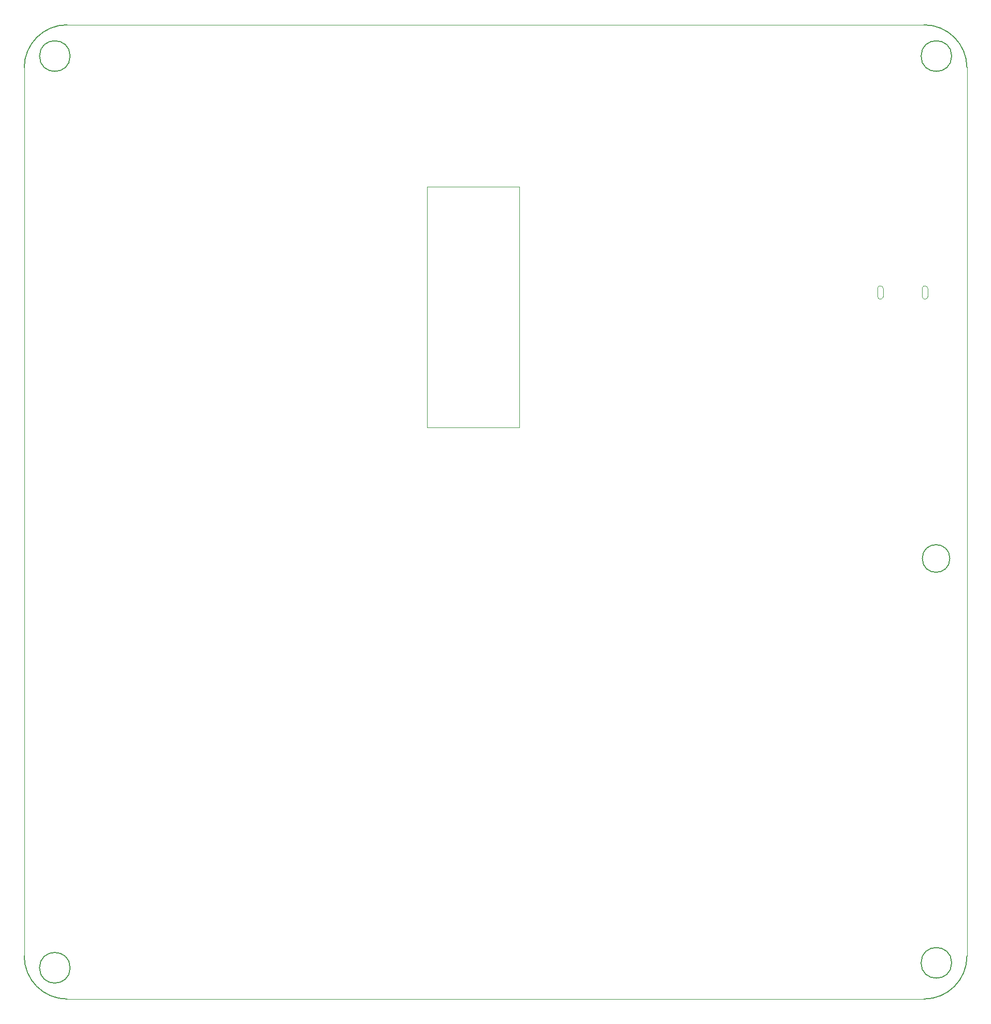
<source format=gko>
G75*
G70*
%OFA0B0*%
%FSLAX25Y25*%
%IPPOS*%
%LPD*%
%AMOC8*
5,1,8,0,0,1.08239X$1,22.5*
%
%ADD10C,0.00394*%
%ADD117C,0.00472*%
%ADD361C,0.00079*%
%ADD94C,0.00787*%
X0000000Y0000000D02*
%LPD*%
G01*
D94*
X0027559Y0625984D02*
G75*
G03*
X0000000Y0598425I0000000J-027559D01*
G01*
X0606299Y0598425D02*
G75*
G03*
X0578740Y0625984I-027559J0000000D01*
G01*
D10*
X0606299Y0027559D02*
X0606299Y0598425D01*
X0000000Y0598425D02*
X0000000Y0027559D01*
D94*
X0596457Y0605906D02*
G75*
G03*
X0596457Y0605906I-009843J0000000D01*
G01*
X0029528Y0020079D02*
G75*
G03*
X0029528Y0020079I-009843J0000000D01*
G01*
D10*
X0027559Y0000000D02*
X0578740Y0000000D01*
D94*
X0578740Y0000000D02*
G75*
G03*
X0606299Y0027559I0000000J0027559D01*
G01*
X0595279Y0283071D02*
G75*
G03*
X0595279Y0283071I-008858J0000000D01*
G01*
X0029528Y0605906D02*
G75*
G03*
X0029528Y0605906I-009843J0000000D01*
G01*
X0596457Y0023228D02*
G75*
G03*
X0596457Y0023228I-009843J0000000D01*
G01*
X0000000Y0027559D02*
G75*
G03*
X0027559Y0000000I0027559J0000000D01*
G01*
D10*
X0578740Y0625984D02*
X0027559Y0625984D01*
D117*
X0552355Y0456581D02*
X0552355Y0451149D01*
X0577579Y0451383D02*
X0577579Y0456815D01*
X0548860Y0451408D02*
X0548860Y0456839D01*
X0581074Y0456557D02*
X0581074Y0451125D01*
X0548860Y0451408D02*
G75*
G03*
X0552355Y0451149I0001759J0000030D01*
G01*
X0577579Y0451383D02*
G75*
G03*
X0581074Y0451125I0001759J0000030D01*
G01*
X0552355Y0456581D02*
G75*
G03*
X0548860Y0456839I-001759J-000030D01*
G01*
X0581074Y0456557D02*
G75*
G03*
X0577579Y0456815I-001759J-000030D01*
G01*
X0456447Y0297579D02*
G01*
G75*
X0495674Y0132764D02*
G01*
G75*
X0456963Y0230173D02*
G01*
G75*
X0283636Y0016614D02*
G01*
G75*
X0227230Y0286050D02*
G01*
G75*
X0330026Y0241556D02*
G01*
G75*
X0225705Y0040135D02*
G01*
G75*
X0228677Y0411712D02*
G01*
G75*
X0422880Y0354011D02*
G01*
G75*
X0118358Y0414722D02*
G01*
G75*
X0085581Y0227165D02*
G01*
G75*
X0318406Y0367126D02*
%LPD*%
G01*
D361*
X0318406Y0367126D02*
X0318406Y0522047D01*
X0318406Y0522047D02*
X0258957Y0522047D01*
X0258957Y0522047D02*
X0258957Y0367126D01*
X0258957Y0367126D02*
X0318406Y0367126D01*
X0436982Y0078065D02*
G01*
G75*
M02*

</source>
